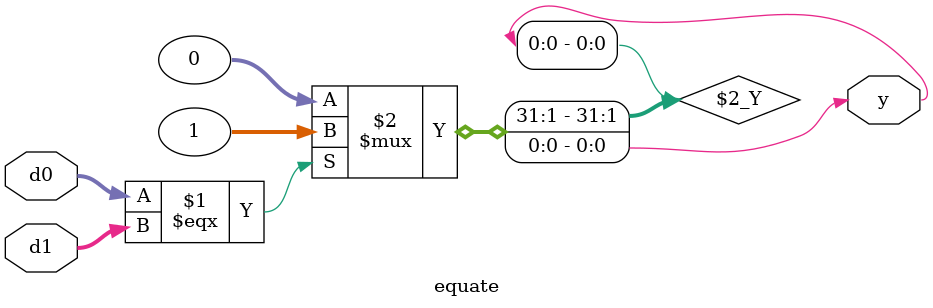
<source format=sv>
module adder(input  logic [31:0] a, b,
             output logic [31:0] y);

	assign y = a + b;
endmodule

module sl2(input  logic [31:0] a,
           output logic [31:0] y);

  // shift left by 2
  assign y = {a[29:0], 2'b00};
endmodule

module signext #(parameter WIDTH = 8)
	       (input  logic [WIDTH-1:0] a,
                output logic [31:0] y);
              
  assign y = {{16{a[15]}}, a};
endmodule

module flopr #(parameter WIDTH = 8)
              (input  logic             clk, reset,
               input  logic [WIDTH-1:0] d, 
               output logic [WIDTH-1:0] q);

  always_ff @(posedge clk, posedge reset)
    if (reset) q <= 0;
    else       q <= d;
endmodule

module flopenr #(parameter WIDTH = 8)
                (input  logic             clk, reset,
                 input  logic             en,
                 input  logic [WIDTH-1:0] d, 
                 output logic [WIDTH-1:0] q);
 
  always_ff @(posedge clk, posedge reset)
    if      (reset) q <= 0;
    else if (en)    q <= d;
endmodule


//REGISTER WITH CLEAR ADDED 
module flopclr #(parameter WIDTH = 8)
                (input  logic             clk, reset,
                 input  logic             clear,
                 input  logic [WIDTH-1:0] d, 
                 output logic [WIDTH-1:0] q);
 
  always_ff @(posedge clk, posedge reset)
    if      (reset) q <= 0;
    else if (clear) q <= 0;
    else    q <= d;
endmodule


//REGISTER WITH CLEAR AND ENABLE
module flopenclr #(parameter WIDTH = 8)
                 (input  logic             clk, reset,
                  input  logic             en,clear,
                  input  logic [WIDTH-1:0] d, 
                  output logic [WIDTH-1:0] q);
 
  always_ff @(posedge clk, posedge reset)
    if      (reset) q <= 0;
    else if (clear) q <= 0;
    else if (en)    q <= d;
endmodule

module mux2 #(parameter WIDTH = 8)
             (input  logic [WIDTH-1:0] d0, d1, 
              input  logic             s, 
              output logic [WIDTH-1:0] y);

 always_comb
	case(s)
		1'b0:   y <= d0;
		1'b1:   y <= d1;  
	endcase
endmodule

module mux3 #(parameter WIDTH = 8)
             (input  logic [WIDTH-1:0] d0, d1, d2,
              input  logic [1:0]       s, 
              output logic [WIDTH-1:0] y);

	logic [WIDTH-1:0] def;
  always_comb
	case(s)
		2'b00:   y <= d0;
		2'b01:   y <= d1;
		2'b10:   y <= d2;
		default: y <= def;
	endcase
endmodule

module mux4 #(parameter WIDTH = 8)
             (input  logic [WIDTH-1:0] d0, d1, d2, d3,
              input  logic [1:0]       s, 
              output logic [WIDTH-1:0] y);

   always_comb
      case(s)
		2'b00: y <= d0;
		2'b01: y <= d1;
		2'b10: y <= d2;
		2'b11: y <= d3;
      endcase
endmodule

module equate #(parameter WIDTH = 8)
             (input  logic [WIDTH-1:0] d0, d1, 
              output logic  y);

  assign #1 y = (d0 === d1) ? 1 : 0;
endmodule



</source>
